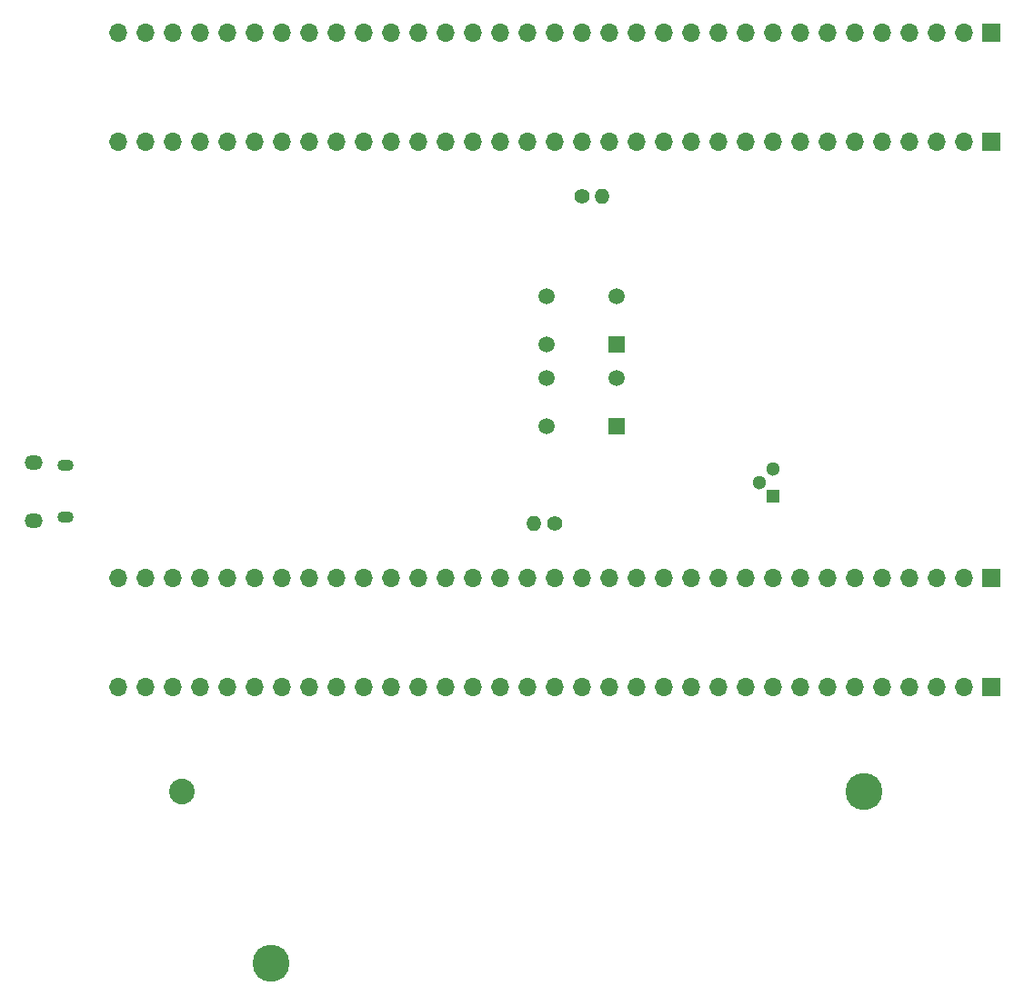
<source format=gbr>
%TF.GenerationSoftware,KiCad,Pcbnew,(6.0.2)*%
%TF.CreationDate,2022-04-14T15:11:51+02:00*%
%TF.ProjectId,main,6d61696e-2e6b-4696-9361-645f70636258,rev?*%
%TF.SameCoordinates,Original*%
%TF.FileFunction,Soldermask,Bot*%
%TF.FilePolarity,Negative*%
%FSLAX46Y46*%
G04 Gerber Fmt 4.6, Leading zero omitted, Abs format (unit mm)*
G04 Created by KiCad (PCBNEW (6.0.2)) date 2022-04-14 15:11:51*
%MOMM*%
%LPD*%
G01*
G04 APERTURE LIST*
%ADD10O,1.400000X1.400000*%
%ADD11C,1.400000*%
%ADD12C,3.450000*%
%ADD13C,2.390000*%
%ADD14O,1.700000X1.700000*%
%ADD15R,1.700000X1.700000*%
%ADD16C,1.498000*%
%ADD17R,1.498000X1.498000*%
%ADD18O,1.500000X1.100000*%
%ADD19O,1.700000X1.350000*%
%ADD20C,1.300000*%
%ADD21R,1.300000X1.300000*%
G04 APERTURE END LIST*
D10*
%TO.C,LDR1*%
X158120000Y-96520000D03*
D11*
X160020000Y-96520000D03*
%TD*%
D12*
%TO.C,BT1*%
X188850000Y-121540000D03*
D13*
X125320000Y-121540000D03*
D12*
X133650000Y-137540000D03*
%TD*%
D14*
%TO.C,J2*%
X119380000Y-60960000D03*
X121920000Y-60960000D03*
X124460000Y-60960000D03*
X127000000Y-60960000D03*
X129540000Y-60960000D03*
X132080000Y-60960000D03*
X134620000Y-60960000D03*
X137160000Y-60960000D03*
X139700000Y-60960000D03*
X142240000Y-60960000D03*
X144780000Y-60960000D03*
X147320000Y-60960000D03*
X149860000Y-60960000D03*
X152400000Y-60960000D03*
X154940000Y-60960000D03*
X157480000Y-60960000D03*
X160020000Y-60960000D03*
X162560000Y-60960000D03*
X165100000Y-60960000D03*
X167640000Y-60960000D03*
X170180000Y-60960000D03*
X172720000Y-60960000D03*
X175260000Y-60960000D03*
X177800000Y-60960000D03*
X180340000Y-60960000D03*
X182880000Y-60960000D03*
X185420000Y-60960000D03*
X187960000Y-60960000D03*
X190500000Y-60960000D03*
X193040000Y-60960000D03*
X195580000Y-60960000D03*
X198120000Y-60960000D03*
D15*
X200660000Y-60960000D03*
%TD*%
D16*
%TO.C,SW2*%
X159310000Y-82995000D03*
X165810000Y-82995000D03*
X159310000Y-87495000D03*
D17*
X165810000Y-87495000D03*
%TD*%
D18*
%TO.C,J5*%
X114515000Y-91145000D03*
D19*
X111515000Y-96295000D03*
D18*
X114515000Y-95985000D03*
D19*
X111515000Y-90835000D03*
%TD*%
D14*
%TO.C,J1*%
X119380000Y-50800000D03*
X121920000Y-50800000D03*
X124460000Y-50800000D03*
X127000000Y-50800000D03*
X129540000Y-50800000D03*
X132080000Y-50800000D03*
X134620000Y-50800000D03*
X137160000Y-50800000D03*
X139700000Y-50800000D03*
X142240000Y-50800000D03*
X144780000Y-50800000D03*
X147320000Y-50800000D03*
X149860000Y-50800000D03*
X152400000Y-50800000D03*
X154940000Y-50800000D03*
X157480000Y-50800000D03*
X160020000Y-50800000D03*
X162560000Y-50800000D03*
X165100000Y-50800000D03*
X167640000Y-50800000D03*
X170180000Y-50800000D03*
X172720000Y-50800000D03*
X175260000Y-50800000D03*
X177800000Y-50800000D03*
X180340000Y-50800000D03*
X182880000Y-50800000D03*
X185420000Y-50800000D03*
X187960000Y-50800000D03*
X190500000Y-50800000D03*
X193040000Y-50800000D03*
X195580000Y-50800000D03*
X198120000Y-50800000D03*
D15*
X200660000Y-50800000D03*
%TD*%
D10*
%TO.C,LDR2*%
X164460000Y-66040000D03*
D11*
X162560000Y-66040000D03*
%TD*%
D16*
%TO.C,SW1*%
X159310000Y-75375000D03*
X165810000Y-75375000D03*
X159310000Y-79875000D03*
D17*
X165810000Y-79875000D03*
%TD*%
D14*
%TO.C,J4*%
X119380000Y-111760000D03*
X121920000Y-111760000D03*
X124460000Y-111760000D03*
X127000000Y-111760000D03*
X129540000Y-111760000D03*
X132080000Y-111760000D03*
X134620000Y-111760000D03*
X137160000Y-111760000D03*
X139700000Y-111760000D03*
X142240000Y-111760000D03*
X144780000Y-111760000D03*
X147320000Y-111760000D03*
X149860000Y-111760000D03*
X152400000Y-111760000D03*
X154940000Y-111760000D03*
X157480000Y-111760000D03*
X160020000Y-111760000D03*
X162560000Y-111760000D03*
X165100000Y-111760000D03*
X167640000Y-111760000D03*
X170180000Y-111760000D03*
X172720000Y-111760000D03*
X175260000Y-111760000D03*
X177800000Y-111760000D03*
X180340000Y-111760000D03*
X182880000Y-111760000D03*
X185420000Y-111760000D03*
X187960000Y-111760000D03*
X190500000Y-111760000D03*
X193040000Y-111760000D03*
X195580000Y-111760000D03*
X198120000Y-111760000D03*
D15*
X200660000Y-111760000D03*
%TD*%
D14*
%TO.C,J3*%
X119380000Y-101625000D03*
X121920000Y-101625000D03*
X124460000Y-101625000D03*
X127000000Y-101625000D03*
X129540000Y-101625000D03*
X132080000Y-101625000D03*
X134620000Y-101625000D03*
X137160000Y-101625000D03*
X139700000Y-101625000D03*
X142240000Y-101625000D03*
X144780000Y-101625000D03*
X147320000Y-101625000D03*
X149860000Y-101625000D03*
X152400000Y-101625000D03*
X154940000Y-101625000D03*
X157480000Y-101625000D03*
X160020000Y-101625000D03*
X162560000Y-101625000D03*
X165100000Y-101625000D03*
X167640000Y-101625000D03*
X170180000Y-101625000D03*
X172720000Y-101625000D03*
X175260000Y-101625000D03*
X177800000Y-101625000D03*
X180340000Y-101625000D03*
X182880000Y-101625000D03*
X185420000Y-101625000D03*
X187960000Y-101625000D03*
X190500000Y-101625000D03*
X193040000Y-101625000D03*
X195580000Y-101625000D03*
X198120000Y-101625000D03*
D15*
X200660000Y-101625000D03*
%TD*%
D20*
%TO.C,Q1*%
X180340000Y-91440000D03*
X179070000Y-92710000D03*
D21*
X180340000Y-93980000D03*
%TD*%
M02*

</source>
